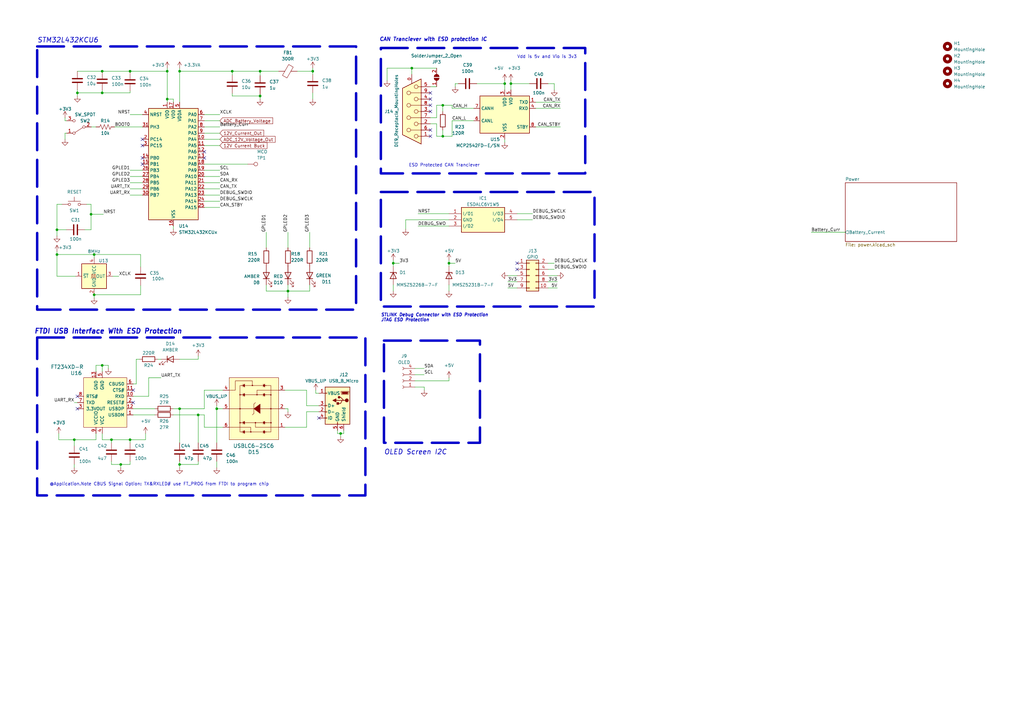
<source format=kicad_sch>
(kicad_sch (version 20230121) (generator eeschema)
  (paper "A3")
  (title_block (title "Battery Power Board Prototype 2023 Lucy") (rev "V0") (company "Griffin Frankiw"))
  (lib_symbols
    (symbol "Connector:Conn_01x04_Socket" (pin_names (offset 1.016) hide)
      (property "Reference" "J" (at 0 5.08 0))
      (property "Value" "Conn_01x04_Socket" (at 0 -7.62 0))
      (symbol "Conn_01x04_Socket_1_1"
        (pin passive line (at -5.08 2.54 0) (length 3.81) (name "Pin_1") (number "1"))
        (pin passive line (at -5.08 0 0) (length 3.81) (name "Pin_2") (number "2"))
        (pin passive line (at -5.08 -2.54 0) (length 3.81) (name "Pin_3") (number "3"))
        (pin passive line (at -5.08 -5.08 0) (length 3.81) (name "Pin_4") (number "4"))
      )
    )
    (symbol "Connector:DE9_Receptacle_MountingHoles" (pin_names (offset 1.016) hide)
      (property "Reference" "J" (at 0 16.51 0))
      (property "Value" "DE9_Receptacle_MountingHoles" (at 0 14.605 0))
      (symbol "DE9_Receptacle_MountingHoles_1_1"
        (pin passive line (at 0 -15.24 90) (length 3.81) (name "PAD") (number "0"))
        (pin passive line (at -7.62 10.16 0) (length 3.81) (name "1") (number "1"))
        (pin passive line (at -7.62 5.08 0) (length 3.81) (name "2") (number "2"))
        (pin passive line (at -7.62 0 0) (length 3.81) (name "3") (number "3"))
        (pin passive line (at -7.62 -5.08 0) (length 3.81) (name "4") (number "4"))
        (pin passive line (at -7.62 -10.16 0) (length 3.81) (name "5") (number "5"))
        (pin passive line (at -7.62 7.62 0) (length 3.81) (name "6") (number "6"))
        (pin passive line (at -7.62 2.54 0) (length 3.81) (name "7") (number "7"))
        (pin passive line (at -7.62 -2.54 0) (length 3.81) (name "8") (number "8"))
        (pin passive line (at -7.62 -7.62 0) (length 3.81) (name "9") (number "9"))
      )
    )
    (symbol "Connector:TestPoint" (pin_numbers hide) (pin_names (offset 0.762) hide)
      (property "Reference" "TP" (at 0 6.858 0))
      (property "Value" "TestPoint" (at 0 5.08 0))
      (symbol "TestPoint_1_1"
        (pin passive line (at 0 0 90) (length 2.54) (name "1") (number "1"))
      )
    )
    (symbol "Connector:USB_B_Micro" (pin_names (offset 1.016))
      (property "Reference" "J" (at -5.08 11.43 0))
      (property "Value" "USB_B_Micro" (at -5.08 8.89 0))
      (symbol "USB_B_Micro_1_1"
        (pin power_out line (at 7.62 5.08 180) (length 2.54) (name "VBUS") (number "1"))
        (pin bidirectional line (at 7.62 -2.54 180) (length 2.54) (name "D-") (number "2"))
        (pin bidirectional line (at 7.62 0 180) (length 2.54) (name "D+") (number "3"))
        (pin passive line (at 7.62 -5.08 180) (length 2.54) (name "ID") (number "4"))
        (pin power_out line (at 0 -10.16 90) (length 2.54) (name "GND") (number "5"))
        (pin passive line (at -2.54 -10.16 90) (length 2.54) (name "Shield") (number "6"))
      )
    )
    (symbol "Connector_Generic:Conn_02x05_Odd_Even" (pin_names (offset 1.016) hide)
      (property "Reference" "J" (at 1.27 7.62 0))
      (property "Value" "Conn_02x05_Odd_Even" (at 1.27 -7.62 0))
      (symbol "Conn_02x05_Odd_Even_1_1"
        (pin passive line (at -5.08 5.08 0) (length 3.81) (name "Pin_1") (number "1"))
        (pin passive line (at 7.62 -5.08 180) (length 3.81) (name "Pin_10") (number "10"))
        (pin passive line (at 7.62 5.08 180) (length 3.81) (name "Pin_2") (number "2"))
        (pin passive line (at -5.08 2.54 0) (length 3.81) (name "Pin_3") (number "3"))
        (pin passive line (at 7.62 2.54 180) (length 3.81) (name "Pin_4") (number "4"))
        (pin passive line (at -5.08 0 0) (length 3.81) (name "Pin_5") (number "5"))
        (pin passive line (at 7.62 0 180) (length 3.81) (name "Pin_6") (number "6"))
        (pin passive line (at -5.08 -2.54 0) (length 3.81) (name "Pin_7") (number "7"))
        (pin passive line (at 7.62 -2.54 180) (length 3.81) (name "Pin_8") (number "8"))
        (pin passive line (at -5.08 -5.08 0) (length 3.81) (name "Pin_9") (number "9"))
      )
    )
    (symbol "Device:C" (pin_numbers hide) (pin_names (offset 0.254))
      (property "Reference" "C" (at 0.635 2.54 0))
      (property "Value" "C" (at 0.635 -2.54 0))
      (symbol "C_1_1"
        (pin passive line (at 0 3.81 270) (length 2.794) (name "~") (number "1"))
        (pin passive line (at 0 -3.81 90) (length 2.794) (name "~") (number "2"))
      )
    )
    (symbol "Device:D_Zener" (pin_numbers hide) (pin_names (offset 1.016) hide)
      (property "Reference" "D" (at 0 2.54 0))
      (property "Value" "D_Zener" (at 0 -2.54 0))
      (symbol "D_Zener_1_1"
        (pin passive line (at -3.81 0 0) (length 2.54) (name "K") (number "1"))
        (pin passive line (at 3.81 0 180) (length 2.54) (name "A") (number "2"))
      )
    )
    (symbol "Device:FerriteBead" (pin_numbers hide) (pin_names (offset 0))
      (property "Reference" "FB" (at -3.81 0.635 90))
      (property "Value" "FerriteBead" (at 3.81 0 90))
      (symbol "FerriteBead_1_1"
        (pin passive line (at 0 3.81 270) (length 2.54) (name "~") (number "1"))
        (pin passive line (at 0 -3.81 90) (length 2.54) (name "~") (number "2"))
      )
    )
    (symbol "Device:LED" (pin_numbers hide) (pin_names (offset 1.016) hide)
      (property "Reference" "D" (at 0 2.54 0))
      (property "Value" "LED" (at 0 -2.54 0))
      (symbol "LED_1_1"
        (pin passive line (at -3.81 0 0) (length 2.54) (name "K") (number "1"))
        (pin passive line (at 3.81 0 180) (length 2.54) (name "A") (number "2"))
      )
    )
    (symbol "Device:R" (pin_numbers hide) (pin_names (offset 0))
      (property "Reference" "R" (at 2.032 0 90))
      (property "Value" "R" (at 0 0 90))
      (symbol "R_1_1"
        (pin passive line (at 0 3.81 270) (length 1.27) (name "~") (number "1"))
        (pin passive line (at 0 -3.81 90) (length 1.27) (name "~") (number "2"))
      )
    )
    (symbol "Device:R_US" (pin_numbers hide) (pin_names (offset 0))
      (property "Reference" "R" (at 2.54 0 90))
      (property "Value" "R_US" (at -2.54 0 90))
      (symbol "R_US_1_1"
        (pin passive line (at 0 3.81 270) (length 1.27) (name "~") (number "1"))
        (pin passive line (at 0 -3.81 90) (length 1.27) (name "~") (number "2"))
      )
    )
    (symbol "Interface_CAN_LIN:MCP2542FDxMF"
      (property "Reference" "U" (at -10.16 8.89 0))
      (property "Value" "MCP2542FDxMF" (at 2.54 8.89 0))
      (symbol "MCP2542FDxMF_1_1"
        (pin input line (at -12.7 5.08 0) (length 2.54) (name "TXD") (number "1"))
        (pin power_in line (at 0 -10.16 90) (length 2.54) (name "VSS") (number "2"))
        (pin power_in line (at 0 10.16 270) (length 2.54) (name "VDD") (number "3"))
        (pin output line (at -12.7 2.54 0) (length 2.54) (name "RXD") (number "4"))
        (pin power_in line (at -2.54 10.16 270) (length 2.54) (name "VIO") (number "5"))
        (pin bidirectional line (at 12.7 -2.54 180) (length 2.54) (name "CANL") (number "6"))
        (pin bidirectional line (at 12.7 2.54 180) (length 2.54) (name "CANH") (number "7"))
        (pin input line (at -12.7 -5.08 0) (length 2.54) (name "STBY") (number "8"))
        (pin passive line (at 0 -10.16 90) (length 2.54) hide (name "VSS") (number "9"))
      )
    )
    (symbol "Jumper:SolderJumper_2_Open" (pin_names (offset 0) hide)
      (property "Reference" "JP" (at 0 2.032 0))
      (property "Value" "SolderJumper_2_Open" (at 0 -2.54 0))
      (symbol "SolderJumper_2_Open_1_1"
        (pin passive line (at -3.81 0 0) (length 2.54) (name "A") (number "1"))
        (pin passive line (at 3.81 0 180) (length 2.54) (name "B") (number "2"))
      )
    )
    (symbol "MCU_ST_STM32L4:STM32L432KCUx"
      (property "Reference" "U" (at -10.16 24.13 0))
      (property "Value" "STM32L432KCUx" (at 5.08 24.13 0))
      (symbol "STM32L432KCUx_1_1"
        (pin power_in line (at -2.54 25.4 270) (length 2.54) (name "VDD") (number "1"))
        (pin bidirectional line (at 12.7 10.16 180) (length 2.54) (name "PA4") (number "10"))
        (pin bidirectional line (at 12.7 7.62 180) (length 2.54) (name "PA5") (number "11"))
        (pin bidirectional line (at 12.7 5.08 180) (length 2.54) (name "PA6") (number "12"))
        (pin bidirectional line (at 12.7 2.54 180) (length 2.54) (name "PA7") (number "13"))
        (pin bidirectional line (at -12.7 2.54 0) (length 2.54) (name "PB0") (number "14"))
        (pin bidirectional line (at -12.7 0 0) (length 2.54) (name "PB1") (number "15"))
        (pin power_in line (at 0 -25.4 90) (length 2.54) (name "VSS") (number "16"))
        (pin power_in line (at 0 25.4 270) (length 2.54) (name "VDD") (number "17"))
        (pin bidirectional line (at 12.7 0 180) (length 2.54) (name "PA8") (number "18"))
        (pin bidirectional line (at 12.7 -2.54 180) (length 2.54) (name "PA9") (number "19"))
        (pin bidirectional line (at -12.7 10.16 0) (length 2.54) (name "PC14") (number "2"))
        (pin bidirectional line (at 12.7 -5.08 180) (length 2.54) (name "PA10") (number "20"))
        (pin bidirectional line (at 12.7 -7.62 180) (length 2.54) (name "PA11") (number "21"))
        (pin bidirectional line (at 12.7 -10.16 180) (length 2.54) (name "PA12") (number "22"))
        (pin bidirectional line (at 12.7 -12.7 180) (length 2.54) (name "PA13") (number "23"))
        (pin bidirectional line (at 12.7 -15.24 180) (length 2.54) (name "PA14") (number "24"))
        (pin bidirectional line (at 12.7 -17.78 180) (length 2.54) (name "PA15") (number "25"))
        (pin bidirectional line (at -12.7 -2.54 0) (length 2.54) (name "PB3") (number "26"))
        (pin bidirectional line (at -12.7 -5.08 0) (length 2.54) (name "PB4") (number "27"))
        (pin bidirectional line (at -12.7 -7.62 0) (length 2.54) (name "PB5") (number "28"))
        (pin bidirectional line (at -12.7 -10.16 0) (length 2.54) (name "PB6") (number "29"))
        (pin bidirectional line (at -12.7 7.62 0) (length 2.54) (name "PC15") (number "3"))
        (pin bidirectional line (at -12.7 -12.7 0) (length 2.54) (name "PB7") (number "30"))
        (pin bidirectional line (at -12.7 15.24 0) (length 2.54) (name "PH3") (number "31"))
        (pin passive line (at 0 -25.4 90) (length 2.54) hide (name "VSS") (number "32"))
        (pin passive line (at 0 -25.4 90) (length 2.54) hide (name "VSS") (number "33"))
        (pin input line (at -12.7 20.32 0) (length 2.54) (name "NRST") (number "4"))
        (pin power_in line (at 2.54 25.4 270) (length 2.54) (name "VDDA") (number "5"))
        (pin bidirectional line (at 12.7 20.32 180) (length 2.54) (name "PA0") (number "6"))
        (pin bidirectional line (at 12.7 17.78 180) (length 2.54) (name "PA1") (number "7"))
        (pin bidirectional line (at 12.7 15.24 180) (length 2.54) (name "PA2") (number "8"))
        (pin bidirectional line (at 12.7 12.7 180) (length 2.54) (name "PA3") (number "9"))
      )
    )
    (symbol "Mechanical:MountingHole" (pin_names (offset 1.016))
      (property "Reference" "H" (at 0 5.08 0))
      (property "Value" "MountingHole" (at 0 3.175 0))
    )
    (symbol "RF_Parts:ESDALC6V1W5"
      (property "Reference" "IC" (at 24.13 7.62 0))
      (property "Value" "ESDALC6V1W5" (at 24.13 5.08 0))
      (symbol "ESDALC6V1W5_1_1"
        (pin passive line (at 0 0 0) (length 5.08) (name "I/01") (number "1"))
        (pin passive line (at 0 -2.54 0) (length 5.08) (name "GND") (number "2"))
        (pin passive line (at 0 -5.08 0) (length 5.08) (name "I/02") (number "3"))
        (pin passive line (at 27.94 0 180) (length 5.08) (name "I/03") (number "4"))
        (pin passive line (at 27.94 -2.54 180) (length 5.08) (name "I/04") (number "5"))
      )
    )
    (symbol "RF_Parts:SG-3225CAN"
      (property "Reference" "U" (at 3.81 7.62 0))
      (symbol "SG-3225CAN_1_1"
        (pin input line (at -7.62 0 0) (length 2.54) (name "~{ST}") (number "1"))
        (pin power_in line (at 0 -7.62 90) (length 2.54) (name "GND") (number "2"))
        (pin output line (at 7.62 0 180) (length 2.54) (name "OUT") (number "3"))
        (pin power_in line (at 0 7.62 270) (length 2.54) (name "VCC") (number "4"))
      )
    )
    (symbol "RF_Parts:VBUS_UP" (power) (pin_names (offset 0))
      (property "Value" "VBUS_UP" (at 0 3.556 0))
      (symbol "VBUS_UP_1_1"
        (pin power_in line (at 0 0 90) (length 0) hide (name "VBUS_UP") (number "1"))
      )
    )
    (symbol "Switch:SW_Push" (pin_numbers hide) (pin_names (offset 1.016) hide)
      (property "Reference" "SW" (at 1.27 2.54 0))
      (property "Value" "SW_Push" (at 0 -1.524 0))
      (symbol "SW_Push_0_1"
        (pin passive line (at -5.08 0 0) (length 2.54) (name "1") (number "1"))
        (pin passive line (at 5.08 0 180) (length 2.54) (name "2") (number "2"))
      )
    )
    (symbol "Switch:SW_SPDT" (pin_names (offset 0) hide)
      (property "Reference" "SW" (at 0 4.318 0))
      (property "Value" "SW_SPDT" (at 0 -5.08 0))
      (symbol "SW_SPDT_1_1"
        (pin passive line (at 5.08 2.54 180) (length 2.54) (name "A") (number "1"))
        (pin passive line (at -5.08 0 0) (length 2.54) (name "B") (number "2"))
        (pin passive line (at 5.08 -2.54 180) (length 2.54) (name "C") (number "3"))
      )
    )
    (symbol "dk_Interface-Controllers:FT234XD-R" (pin_names (offset 1.016))
      (property "Reference" "U" (at -5.08 8.89 0))
      (property "Value" "FT234XD-R" (at 7.62 -15.24 0))
      (symbol "FT234XD-R_1_1"
        (pin bidirectional line (at -10.16 2.54 0) (length 2.54) (name "USBDM") (number "1"))
        (pin input line (at -10.16 -5.08 0) (length 2.54) (name "RXD") (number "10"))
        (pin input line (at -10.16 -7.62 0) (length 2.54) (name "CTS#") (number "11"))
        (pin bidirectional line (at -10.16 0 0) (length 2.54) (name "USBDP") (number "12"))
        (pin power_in line (at 5.08 -15.24 90) (length 2.54) (name "GND") (number "13"))
        (pin input line (at -10.16 -2.54 0) (length 2.54) (name "RESET#") (number "2"))
        (pin passive line (at 12.7 0 180) (length 2.54) (name "3.3VOUT") (number "3"))
        (pin power_in line (at 2.54 10.16 270) (length 2.54) (name "VCC") (number "4"))
        (pin power_in line (at 2.54 -15.24 90) (length 2.54) (name "GND") (number "5"))
        (pin bidirectional line (at -10.16 -10.16 0) (length 2.54) (name "CBUS0") (number "6"))
        (pin output line (at 12.7 -2.54 180) (length 2.54) (name "TXD") (number "7"))
        (pin output line (at 12.7 -5.08 180) (length 2.54) (name "RTS#") (number "8"))
        (pin power_in line (at 5.08 10.16 270) (length 2.54) (name "VCCIO") (number "9"))
      )
    )
    (symbol "dk_TVS-Diodes:USBLC6-2SC6" (pin_names (offset 1.016))
      (property "Reference" "D" (at -10.16 13.97 0))
      (property "Value" "USBLC6-2SC6" (at 0 -13.97 0))
      (symbol "USBLC6-2SC6_1_1"
        (pin input line (at -12.7 7.62 0) (length 2.54) (name "~") (number "1"))
        (pin power_in line (at -12.7 0 0) (length 2.54) (name "~") (number "2"))
        (pin input line (at -12.7 -7.62 0) (length 2.54) (name "~") (number "3"))
        (pin input line (at 12.7 -7.62 180) (length 2.54) (name "~") (number "4"))
        (pin output line (at 12.7 0 180) (length 2.54) (name "~") (number "5"))
        (pin input line (at 12.7 7.62 180) (length 2.54) (name "~") (number "6"))
      )
    )
    (symbol "power:+3.3VA" (power) (pin_names (offset 0))
      (property "Value" "+3.3VA" (at 0 3.556 0))
      (symbol "+3.3VA_1_1"
        (pin power_in line (at 0 0 90) (length 0) hide (name "+3.3VA") (number "1"))
      )
    )
    (symbol "power:+3V3" (power) (pin_names (offset 0))
      (property "Value" "+3V3" (at 0 3.556 0))
      (symbol "+3V3_1_1"
        (pin power_in line (at 0 0 90) (length 0) hide (name "+3V3") (number "1"))
      )
    )
    (symbol "power:+5V" (power) (pin_names (offset 0))
      (property "Value" "+5V" (at 0 3.556 0))
      (symbol "+5V_1_1"
        (pin power_in line (at 0 0 90) (length 0) hide (name "+5V") (number "1"))
      )
    )
    (symbol "power:GND" (power) (pin_names (offset 0))
      (property "Value" "GND" (at 0 -3.81 0))
      (symbol "GND_1_1"
        (pin power_in line (at 0 0 270) (length 0) hide (name "GND") (number "1"))
      )
    )
  )
  (junction (at 106.68 29.21))
  (junction (at 181.61 43.18))
  (junction (at 168.91 27.94))
  (junction (at 23.368 104.394))
  (junction (at 38.608 120.904))
  (junction (at 118.11 119.38))
  (junction (at 128.27 29.21))
  (junction (at 31.75 38.1))
  (junction (at 53.34 180.34))
  (junction (at 68.58 29.21))
  (junction (at 49.53 190.5))
  (junction (at 73.66 29.21))
  (junction (at 41.91 29.21))
  (junction (at 53.34 29.21))
  (junction (at 45.72 180.34))
  (junction (at 88.9 167.64))
  (junction (at 181.61 55.88))
  (junction (at 73.66 167.64))
  (junction (at 23.368 94.234))
  (junction (at 30.48 180.34))
  (junction (at 106.68 39.37))
  (junction (at 41.91 38.1))
  (junction (at 37.338 87.884))
  (junction (at 81.28 170.18))
  (junction (at 139.7 177.8))
  (junction (at 73.66 190.5))
  (junction (at 161.29 107.95))
  (junction (at 95.25 29.21))
  (junction (at 207.01 34.29))
  (junction (at 209.55 34.29))
  (junction (at 38.608 104.394))
  (junction (at 184.15 107.95))
  (junction (at 41.91 149.86))
  (junction (at 68.58 40.64))
  (no_connect (at 130.81 171.45))
  (no_connect (at 176.53 45.72))
  (no_connect (at 54.61 160.02))
  (no_connect (at 58.42 57.15))
  (no_connect (at 212.09 110.49))
  (no_connect (at 58.42 59.69))
  (no_connect (at 176.53 53.34))
  (no_connect (at 31.75 167.64))
  (no_connect (at 83.82 64.77))
  (no_connect (at 176.53 43.18))
  (no_connect (at 212.09 107.95))
  (no_connect (at 176.53 40.64))
  (no_connect (at 58.42 67.31))
  (no_connect (at 58.42 64.77))
  (no_connect (at 176.53 38.1))
  (no_connect (at 54.61 165.1))
  (no_connect (at 83.82 62.23))
  (no_connect (at 31.75 162.56))
  (no_connect (at 176.53 55.88))
  (wire (pts (xy 53.34 80.01) (xy 58.42 80.01)))
  (wire (pts (xy 158.75 27.94) (xy 168.91 27.94)))
  (wire (pts (xy 83.82 46.99) (xy 90.17 46.99)))
  (wire (pts (xy 208.28 118.11) (xy 212.09 118.11)))
  (wire (pts (xy 184.15 107.95) (xy 186.69 107.95)))
  (wire (pts (xy 57.15 147.32) (xy 55.88 147.32)))
  (wire (pts (xy 224.79 113.03) (xy 228.6 113.03)))
  (wire (pts (xy 140.97 177.8) (xy 139.7 177.8)))
  (wire (pts (xy 53.34 180.34) (xy 53.34 181.61)))
  (wire (pts (xy 185.42 55.88) (xy 181.61 55.88)))
  (wire (pts (xy 45.72 190.5) (xy 49.53 190.5)))
  (wire (pts (xy 68.58 40.64) (xy 68.58 41.91)))
  (wire (pts (xy 53.34 74.93) (xy 58.42 74.93)))
  (wire (pts (xy 53.34 180.34) (xy 59.69 180.34)))
  (wire (pts (xy 38.608 104.394) (xy 23.368 104.394)))
  (wire (pts (xy 60.96 154.94) (xy 66.04 154.94)))
  (wire (pts (xy 207.01 33.02) (xy 207.01 34.29)))
  (wire (pts (xy 39.37 149.86) (xy 41.91 149.86)))
  (wire (pts (xy 23.368 113.284) (xy 30.988 113.284)))
  (wire (pts (xy 55.88 147.32) (xy 55.88 157.48)))
  (wire (pts (xy 187.96 34.29) (xy 186.69 34.29)))
  (wire (pts (xy 83.82 170.18) (xy 83.82 175.26)))
  (wire (pts (xy 55.88 157.48) (xy 54.61 157.48)))
  (wire (pts (xy 128.27 27.94) (xy 128.27 29.21)))
  (wire (pts (xy 41.91 29.21) (xy 41.91 29.464)))
  (wire (pts (xy 140.97 176.53) (xy 140.97 177.8)))
  (wire (pts (xy 83.82 72.39) (xy 90.17 72.39)))
  (wire (pts (xy 54.61 167.64) (xy 63.5 167.64)))
  (wire (pts (xy 83.82 74.93) (xy 90.17 74.93)))
  (wire (pts (xy 208.28 113.03) (xy 212.09 113.03)))
  (wire (pts (xy 173.99 153.67) (xy 170.18 153.67)))
  (wire (pts (xy 83.82 160.02) (xy 83.82 167.64)))
  (wire (pts (xy 68.58 27.94) (xy 68.58 29.21)))
  (wire (pts (xy 53.34 46.99) (xy 58.42 46.99)))
  (wire (pts (xy 49.53 190.5) (xy 49.53 191.77)))
  (wire (pts (xy 83.82 167.64) (xy 73.66 167.64)))
  (wire (pts (xy 41.91 37.084) (xy 41.91 38.1)))
  (wire (pts (xy 128.27 29.21) (xy 128.27 30.48)))
  (wire (pts (xy 219.71 41.91) (xy 229.87 41.91)))
  (wire (pts (xy 118.11 119.38) (xy 118.11 121.92)))
  (wire (pts (xy 23.368 104.394) (xy 23.368 113.284)))
  (wire (pts (xy 95.25 29.21) (xy 95.25 30.734)))
  (wire (pts (xy 209.55 34.29) (xy 217.17 34.29)))
  (wire (pts (xy 125.73 160.02) (xy 125.73 166.37)))
  (wire (pts (xy 38.608 105.664) (xy 38.608 104.394)))
  (wire (pts (xy 116.84 175.26) (xy 125.73 175.26)))
  (wire (pts (xy 171.45 87.63) (xy 184.15 87.63)))
  (wire (pts (xy 224.79 115.57) (xy 228.6 115.57)))
  (wire (pts (xy 127 119.38) (xy 127 116.84)))
  (wire (pts (xy 184.15 106.68) (xy 184.15 107.95)))
  (wire (pts (xy 125.73 166.37) (xy 130.81 166.37)))
  (wire (pts (xy 173.99 151.13) (xy 170.18 151.13)))
  (wire (pts (xy 81.28 190.5) (xy 73.66 190.5)))
  (wire (pts (xy 26.67 54.61) (xy 26.67 57.15)))
  (wire (pts (xy 81.28 170.18) (xy 81.28 181.61)))
  (wire (pts (xy 83.82 57.15) (xy 90.17 57.15)))
  (wire (pts (xy 23.368 83.82) (xy 23.368 94.234)))
  (wire (pts (xy 219.71 44.45) (xy 229.87 44.45)))
  (wire (pts (xy 66.04 147.32) (xy 64.77 147.32)))
  (wire (pts (xy 49.53 190.5) (xy 53.34 190.5)))
  (wire (pts (xy 25.4 83.82) (xy 23.368 83.82)))
  (wire (pts (xy 44.45 149.86) (xy 44.45 151.13)))
  (wire (pts (xy 73.66 190.5) (xy 73.66 191.77)))
  (wire (pts (xy 116.84 167.64) (xy 118.11 167.64)))
  (wire (pts (xy 41.91 38.1) (xy 53.34 38.1)))
  (wire (pts (xy 53.34 29.21) (xy 53.34 29.718)))
  (wire (pts (xy 30.48 180.34) (xy 24.13 180.34)))
  (wire (pts (xy 53.34 38.1) (xy 53.34 37.338)))
  (wire (pts (xy 128.27 38.1) (xy 128.27 40.64)))
  (wire (pts (xy 30.48 190.5) (xy 30.48 191.77)))
  (wire (pts (xy 24.13 180.34) (xy 24.13 177.8)))
  (wire (pts (xy 44.45 149.86) (xy 41.91 149.86)))
  (wire (pts (xy 45.72 189.23) (xy 45.72 190.5)))
  (wire (pts (xy 31.75 165.1) (xy 30.48 165.1)))
  (wire (pts (xy 185.42 49.53) (xy 185.42 55.88)))
  (wire (pts (xy 71.12 93.98) (xy 71.12 92.71)))
  (wire (pts (xy 41.91 149.86) (xy 41.91 152.4)))
  (wire (pts (xy 161.29 116.84) (xy 161.29 119.38)))
  (wire (pts (xy 38.608 120.904) (xy 38.608 122.174)))
  (wire (pts (xy 127 101.6) (xy 127 95.25)))
  (wire (pts (xy 184.15 154.94) (xy 184.15 156.21)))
  (wire (pts (xy 207.01 57.15) (xy 207.01 58.42)))
  (wire (pts (xy 83.82 54.61) (xy 90.17 54.61)))
  (wire (pts (xy 90.17 52.07) (xy 83.82 52.07)))
  (wire (pts (xy 26.67 54.61) (xy 27.305 54.61)))
  (wire (pts (xy 59.69 180.34) (xy 59.69 177.8)))
  (wire (pts (xy 176.53 35.56) (xy 179.07 35.56)))
  (wire (pts (xy 38.608 104.394) (xy 57.658 104.394)))
  (wire (pts (xy 73.66 167.64) (xy 73.66 181.61)))
  (wire (pts (xy 116.84 160.02) (xy 125.73 160.02)))
  (wire (pts (xy 118.11 101.6) (xy 118.11 95.25)))
  (wire (pts (xy 39.37 180.34) (xy 30.48 180.34)))
  (wire (pts (xy 186.69 34.29) (xy 186.69 35.56)))
  (wire (pts (xy 179.07 55.88) (xy 179.07 50.8)))
  (wire (pts (xy 83.82 175.26) (xy 91.44 175.26)))
  (wire (pts (xy 45.72 180.34) (xy 53.34 180.34)))
  (wire (pts (xy 38.608 120.904) (xy 57.658 120.904)))
  (wire (pts (xy 185.42 43.18) (xy 185.42 44.45)))
  (wire (pts (xy 90.17 85.09) (xy 83.82 85.09)))
  (wire (pts (xy 209.55 33.02) (xy 209.55 34.29)))
  (wire (pts (xy 48.768 113.284) (xy 46.228 113.284)))
  (wire (pts (xy 118.11 119.38) (xy 127 119.38)))
  (wire (pts (xy 109.22 101.6) (xy 109.22 95.25)))
  (wire (pts (xy 54.61 170.18) (xy 63.5 170.18)))
  (wire (pts (xy 184.15 90.17) (xy 166.37 90.17)))
  (wire (pts (xy 37.338 94.234) (xy 34.798 94.234)))
  (wire (pts (xy 31.75 36.83) (xy 31.75 38.1)))
  (wire (pts (xy 161.29 107.95) (xy 163.83 107.95)))
  (wire (pts (xy 73.66 29.21) (xy 95.25 29.21)))
  (wire (pts (xy 185.42 49.53) (xy 194.31 49.53)))
  (wire (pts (xy 185.42 44.45) (xy 194.31 44.45)))
  (wire (pts (xy 171.45 92.71) (xy 184.15 92.71)))
  (wire (pts (xy 138.43 176.53) (xy 138.43 177.8)))
  (wire (pts (xy 181.61 53.34) (xy 181.61 55.88)))
  (wire (pts (xy 27.178 94.234) (xy 23.368 94.234)))
  (wire (pts (xy 35.56 83.82) (xy 37.338 83.82)))
  (wire (pts (xy 195.58 34.29) (xy 207.01 34.29)))
  (wire (pts (xy 23.368 103.124) (xy 23.368 104.394)))
  (wire (pts (xy 71.12 40.64) (xy 71.12 41.91)))
  (wire (pts (xy 139.7 179.07) (xy 139.7 177.8)))
  (wire (pts (xy 83.82 80.01) (xy 90.17 80.01)))
  (wire (pts (xy 90.17 49.53) (xy 83.82 49.53)))
  (wire (pts (xy 121.92 29.21) (xy 128.27 29.21)))
  (wire (pts (xy 184.15 116.84) (xy 184.15 119.38)))
  (wire (pts (xy 129.54 160.02) (xy 129.54 161.29)))
  (wire (pts (xy 332.74 95.25) (xy 346.71 95.25)))
  (wire (pts (xy 53.34 77.47) (xy 58.42 77.47)))
  (wire (pts (xy 118.11 167.64) (xy 118.11 168.91)))
  (wire (pts (xy 129.54 161.29) (xy 130.81 161.29)))
  (wire (pts (xy 106.68 29.21) (xy 114.3 29.21)))
  (wire (pts (xy 207.01 34.29) (xy 207.01 36.83)))
  (wire (pts (xy 83.82 82.55) (xy 90.17 82.55)))
  (wire (pts (xy 179.07 43.18) (xy 179.07 48.26)))
  (wire (pts (xy 219.71 52.07) (xy 229.87 52.07)))
  (wire (pts (xy 106.68 39.37) (xy 106.68 40.64)))
  (wire (pts (xy 212.09 87.63) (xy 218.44 87.63)))
  (wire (pts (xy 88.9 166.37) (xy 88.9 167.64)))
  (wire (pts (xy 68.58 29.21) (xy 68.58 40.64)))
  (wire (pts (xy 83.82 77.47) (xy 90.17 77.47)))
  (wire (pts (xy 83.82 59.69) (xy 90.17 59.69)))
  (wire (pts (xy 73.66 29.21) (xy 73.66 41.91)))
  (wire (pts (xy 125.73 175.26) (xy 125.73 168.91)))
  (wire (pts (xy 81.28 189.23) (xy 81.28 190.5)))
  (wire (pts (xy 81.28 146.05) (xy 81.28 147.32)))
  (wire (pts (xy 31.75 29.21) (xy 41.91 29.21)))
  (wire (pts (xy 173.99 158.75) (xy 170.18 158.75)))
  (wire (pts (xy 88.9 167.64) (xy 91.44 167.64)))
  (wire (pts (xy 88.9 167.64) (xy 88.9 181.61)))
  (wire (pts (xy 73.66 189.23) (xy 73.66 190.5)))
  (wire (pts (xy 31.75 38.1) (xy 31.75 39.37)))
  (wire (pts (xy 106.68 29.21) (xy 106.68 30.988)))
  (wire (pts (xy 39.37 177.8) (xy 39.37 180.34)))
  (wire (pts (xy 60.96 154.94) (xy 60.96 162.56)))
  (wire (pts (xy 224.79 110.49) (xy 227.33 110.49)))
  (wire (pts (xy 173.99 160.02) (xy 173.99 158.75)))
  (wire (pts (xy 23.368 94.234) (xy 23.368 96.774)))
  (wire (pts (xy 83.82 69.85) (xy 90.17 69.85)))
  (wire (pts (xy 95.25 39.37) (xy 106.68 39.37)))
  (wire (pts (xy 26.67 48.26) (xy 26.67 49.53)))
  (wire (pts (xy 161.29 107.95) (xy 161.29 109.22)))
  (wire (pts (xy 228.6 118.11) (xy 224.79 118.11)))
  (wire (pts (xy 30.48 180.34) (xy 30.48 182.88)))
  (wire (pts (xy 224.79 107.95) (xy 227.33 107.95)))
  (wire (pts (xy 95.25 29.21) (xy 106.68 29.21)))
  (wire (pts (xy 57.658 117.094) (xy 57.658 120.904)))
  (wire (pts (xy 41.91 177.8) (xy 41.91 180.34)))
  (wire (pts (xy 181.61 55.88) (xy 179.07 55.88)))
  (wire (pts (xy 71.12 170.18) (xy 81.28 170.18)))
  (wire (pts (xy 81.28 170.18) (xy 83.82 170.18)))
  (wire (pts (xy 109.22 119.38) (xy 118.11 119.38)))
  (wire (pts (xy 37.465 52.07) (xy 39.37 52.07)))
  (wire (pts (xy 184.15 107.95) (xy 184.15 109.22)))
  (wire (pts (xy 60.96 162.56) (xy 54.61 162.56)))
  (wire (pts (xy 26.67 49.53) (xy 27.305 49.53)))
  (wire (pts (xy 73.66 167.64) (xy 71.12 167.64)))
  (wire (pts (xy 53.34 29.21) (xy 68.58 29.21)))
  (wire (pts (xy 181.61 43.18) (xy 181.61 45.72)))
  (wire (pts (xy 209.55 34.29) (xy 209.55 36.83)))
  (wire (pts (xy 212.09 90.17) (xy 218.44 90.17)))
  (wire (pts (xy 181.61 43.18) (xy 185.42 43.18)))
  (wire (pts (xy 53.34 189.23) (xy 53.34 190.5)))
  (wire (pts (xy 73.66 27.94) (xy 73.66 29.21)))
  (wire (pts (xy 88.9 189.23) (xy 88.9 191.77)))
  (wire (pts (xy 57.658 109.474) (xy 57.658 104.394)))
  (wire (pts (xy 168.91 27.94) (xy 168.91 30.48)))
  (wire (pts (xy 227.33 36.83) (xy 227.33 34.29)))
  (wire (pts (xy 227.33 34.29) (xy 224.79 34.29)))
  (wire (pts (xy 37.338 87.884) (xy 42.418 87.884)))
  (wire (pts (xy 95.25 38.354) (xy 95.25 39.37)))
  (wire (pts (xy 118.11 119.38) (xy 118.11 116.84)))
  (wire (pts (xy 181.61 43.18) (xy 179.07 43.18)))
  (wire (pts (xy 83.82 67.31) (xy 101.6 67.31)))
  (wire (pts (xy 68.58 40.64) (xy 71.12 40.64)))
  (wire (pts (xy 46.99 52.07) (xy 58.42 52.07)))
  (wire (pts (xy 39.37 152.4) (xy 39.37 149.86)))
  (wire (pts (xy 179.07 50.8) (xy 176.53 50.8)))
  (wire (pts (xy 81.28 147.32) (xy 73.66 147.32)))
  (wire (pts (xy 37.338 87.884) (xy 37.338 94.234)))
  (wire (pts (xy 109.22 119.38) (xy 109.22 116.84)))
  (wire (pts (xy 106.68 38.608) (xy 106.68 39.37)))
  (wire (pts (xy 208.28 115.57) (xy 212.09 115.57)))
  (wire (pts (xy 58.42 72.39) (xy 53.34 72.39)))
  (wire (pts (xy 83.82 160.02) (xy 91.44 160.02)))
  (wire (pts (xy 179.07 48.26) (xy 176.53 48.26)))
  (wire (pts (xy 41.91 180.34) (xy 45.72 180.34)))
  (wire (pts (xy 41.91 29.21) (xy 53.34 29.21)))
  (wire (pts (xy 125.73 168.91) (xy 130.81 168.91)))
  (wire (pts (xy 37.338 83.82) (xy 37.338 87.884)))
  (wire (pts (xy 170.18 156.21) (xy 184.15 156.21)))
  (wire (pts (xy 31.75 38.1) (xy 41.91 38.1)))
  (wire (pts (xy 161.29 106.68) (xy 161.29 107.95)))
  (wire (pts (xy 139.7 177.8) (xy 138.43 177.8)))
  (wire (pts (xy 158.75 27.94) (xy 158.75 33.02)))
  (wire (pts (xy 45.72 180.34) (xy 45.72 181.61)))
  (wire (pts (xy 53.34 69.85) (xy 58.42 69.85)))
  (wire (pts (xy 168.91 27.94) (xy 179.07 27.94)))
  (wire (pts (xy 166.37 90.17) (xy 166.37 93.98)))
  (rectangle (start 156.21 78.74) (end 243.84 125.73) (stroke (width 1) (type dash)))
  (rectangle (start 15.24 19.05) (end 146.05 127) (stroke (width 1) (type dash)))
  (rectangle (start 15.24 138.43) (end 149.86 203.2) (stroke (width 1) (type dash)))
  (rectangle (start 157.48 139.7) (end 196.85 181.61) (stroke (width 1) (type dash)))
  (rectangle (start 156.21 19.685) (end 240.03 71.12) (stroke (width 1) (type dash)))
  (text "CAN Tranciever with ESD protection IC" (at 155.575 17.145 0) (effects (font (size 1.5 1.5) (thickness 0.3) bold italic) (justify left bottom)))
  (text "STM32L432KCU6" (at 15.24 17.78 0) (effects (font (size 2 2) (thickness 0.254) bold italic) (justify left bottom)))
  (text "@Application.Note CBUS Signal Option: TX&RXLED# use FT_PROG from FTDI to program chip\n" (at 20.32 199.39 0) (effects (font (size 1.27 1.27)) (justify left bottom)))
  (text "Vdd is 5v and Vio is 3v3\n" (at 212.09 24.13 0) (effects (font (size 1.27 1.27)) (justify left bottom)))
  (text "OLED Screen I2C" (at 157.48 186.69 0) (effects (font (size 2 2) (thickness 0.254) bold italic) (justify left bottom)))
  (text "FTDI USB Interface With ESD Protection\n" (at 13.97 137.16 0) (effects (font (size 2 2) (thickness 0.4) bold italic) (justify left bottom)))
  (text "STLINK Debug Connector with ESD Protection\nJTAG ESD Protection" (at 156.21 132.08 0) (effects (font (size 1.27 1.27) (thickness 0.254) bold italic) (justify left bottom)))
  (text "ESD Protected CAN Tranciever\n" (at 167.64 68.58 0) (effects (font (size 1.27 1.27)) (justify left bottom)))
  (label "UART_TX" (at 66.04 154.94 0))
  (label "Battery_Curr" (at 90.17 52.07 0))
  (label "5V" (at 186.69 107.95 0))
  (label "DEBUG_SWDIO" (at 218.44 90.17 0))
  (label "CAN_STBY" (at 229.87 52.07 180))
  (label "SDA" (at 173.99 151.13 0))
  (label "DEBUG_SWCLK" (at 227.33 107.95 0))
  (label "3V3" (at 163.83 107.95 0))
  (label "GPLED2" (at 53.34 72.39 180))
  (label "CAN_TX" (at 229.87 41.91 180))
  (label "GPLED3" (at 127 95.25 90))
  (label "5V" (at 208.28 118.11 0))
  (label "GPLED1" (at 53.34 69.85 180))
  (label "NRST" (at 42.418 87.884 0))
  (label "DEBUG_SWCLK" (at 90.17 82.55 0))
  (label "DEBUG_SWDIO" (at 90.17 80.01 0))
  (label "UART_RX" (at 53.34 80.01 180))
  (label "XCLK" (at 90.17 46.99 0))
  (label "CAN_RX" (at 229.87 44.45 180))
  (label "CAN_H" (at 191.77 44.45 180))
  (label "SCL" (at 90.17 69.85 0))
  (label "DEBUG_SWDIO" (at 227.33 110.49 0))
  (label "DEBUG_SWCLK" (at 218.44 87.63 0))
  (label "3V3" (at 228.6 115.57 180))
  (label "GPLED2" (at 118.11 95.25 90))
  (label "5V" (at 228.6 118.11 180))
  (label "DEBUG_SWO" (at 171.45 92.71 0))
  (label "SCL" (at 173.99 153.67 0))
  (label "UART_RX" (at 30.48 165.1 180))
  (label "GPLED1" (at 109.22 95.25 90))
  (label "CAN_STBY" (at 90.17 85.09 0))
  (label "SDA" (at 90.17 72.39 0))
  (label "Battery_Curr" (at 332.74 95.25 0))
  (label "UART_TX" (at 53.34 77.47 180))
  (label "BOOT0" (at 53.34 52.07 180))
  (label "XCLK" (at 48.768 113.284 0))
  (label "3V3" (at 208.28 115.57 0))
  (label "GPLED3" (at 53.34 74.93 180))
  (label "CAN_RX" (at 90.17 74.93 0))
  (label "NRST" (at 171.45 87.63 0))
  (label "NRST" (at 53.34 46.99 180))
  (label "CAN_L" (at 185.42 49.53 0))
  (label "CAN_TX" (at 90.17 77.47 0))
  (global_label "12V Current Buck" (shape input) (at 90.17 59.69 0) (property "Intersheetrefs" "${INTERSHEET_REFS}" (effects hide)))
  (global_label "ADC_12V_Voltage_Out" (shape input) (at 90.17 57.15 0) (property "Intersheetrefs" "${INTERSHEET_REFS}" (effects hide)))
  (global_label "12V_Current_Out" (shape input) (at 90.17 54.61 0) (property "Intersheetrefs" "${INTERSHEET_REFS}" (effects hide)))
  (global_label "ADC_Battery_Voltage" (shape input) (at 90.17 49.53 0) (property "Intersheetrefs" "${INTERSHEET_REFS}" (effects hide)))
  (symbol (lib_id "RF_Parts:SG-3225CAN") (at 38.608 113.284 0) (unit 1)
    (property "Reference" "U13" (at 42.418 106.934 0))
    (property "Value" "8MHz" (at 38.608 103.124 0))
    (property "Footprint" "Crystal:Crystal_SMD_3225-4Pin_3.2x2.5mm" (effects hide))
    (property "DK #" "535-ASE-8.000MHZ-L-C-TCT-ND" (effects hide))
  )
  (symbol (lib_id "Device:LED") (at 109.22 113.03 90) (unit 1)
    (property "Reference" "D8" (at 106.553 115.8875 90) (effects (justify left)))
    (property "Value" "AMBER" (at 106.553 113.3475 90) (effects (justify left)))
    (property "Footprint" "LED_SMD:LED_0805_2012Metric" (effects hide))
    (property "JLCPCB Part#(Optional)" "C2296" (effects hide))
    (property "JLCPCB Part#(optional)" "C2296" (effects hide))
  )
  (symbol (lib_id "power:GND") (at 228.6 113.03 90) (unit 1)
    (property "Reference" "#PWR080" (effects hide))
    (property "Value" "GND" (effects hide))
  )
  (symbol (lib_id "Mechanical:MountingHole") (at 388.62 34.29 0) (unit 1)
    (property "Reference" "H4" (at 391.16 33.02 0) (effects (justify left)))
    (property "Value" "MountingHole" (at 391.16 35.56 0) (effects (justify left)))
    (property "Footprint" "MountingHole:MountingHole_3.2mm_M3" (effects hide))
  )
  (symbol (lib_id "power:+5V") (at 184.15 106.68 0) (unit 1)
    (property "Reference" "#PWR054" (effects hide))
    (property "Value" "+5V" (at 184.15 102.87 0))
  )
  (symbol (lib_id "power:GND") (at 44.45 151.13 0) (unit 1)
    (property "Reference" "#PWR089" (effects hide))
    (property "Value" "GND" (effects hide))
  )
  (symbol (lib_id "power:+3V3") (at 209.55 33.02 0) (unit 1)
    (property "Reference" "#PWR077" (effects hide))
    (property "Value" "+3V3" (at 210.82 27.94 0))
  )
  (symbol (lib_id "Connector:TestPoint") (at 101.6 67.31 270) (unit 1)
    (property "Reference" "TP1" (at 105.41 64.77 90) (effects (justify left)))
    (property "Value" "MCO" (at 105.41 62.23 90) (effects (justify left)))
    (property "Footprint" "TestPoint:TestPoint_Pad_D1.0mm" (effects hide))
  )
  (symbol (lib_id "power:+3V3") (at 81.28 146.05 0) (unit 1)
    (property "Reference" "#PWR093" (effects hide))
    (property "Value" "+3V3" (at 81.28 141.605 0))
  )
  (symbol (lib_id "dk_Interface-Controllers:FT234XD-R") (at 44.45 167.64 180) (unit 1)
    (property "Reference" "U16" (at 33.655 153.035 0) (effects (font (size 1.524 1.524)) (justify left)))
    (property "Value" "FT234XD-R" (at 34.29 150.495 0) (effects (font (size 1.524 1.524)) (justify left)))
    (property "Footprint" "BP_FTP:FT234XD-R" (effects hide))
    (property "Datasheet" "http://www.ftdichip.com/Support/Documents/DataSheets/ICs/DS_FT234XD.pdf" (effects hide))
    (property "Category" "Integrated Circuits (ICs)" (effects hide))
    (property "Description" "IC USB SERIAL BASIC UART 12DFN" (effects hide))
    (property "DK #" "768-1178-1-ND" (effects hide))
    (property "JLCPCB Part#(Optional)" "C132158" (effects hide))
    (property "JLCPCB Part#(optional)" "C132158" (effects hide))
  )
  (symbol (lib_id "Device:C") (at 81.28 185.42 180) (unit 1)
    (property "Reference" "C45" (at 85.725 182.88 0) (effects (justify left)))
    (property "Value" "47p" (at 86.995 187.96 0) (effects (justify left)))
    (property "Footprint" "Capacitor_SMD:C_0603_1608Metric" (effects hide))
    (property "JLCPCB Part#(Optional)" "C1671" (effects hide))
    (property "JLCPCB Part#(optional)" "C1671" (effects hide))
  )
  (symbol (lib_id "Device:R") (at 109.22 105.41 180) (unit 1)
    (property "Reference" "R15" (at 101.6 104.14 0) (effects (justify right)))
    (property "Value" "220R" (at 101.6 106.68 0) (effects (justify right)))
    (property "Footprint" "Resistor_SMD:R_0805_2012Metric" (effects hide))
    (property "JLCPCB Part#(Optional)" "C17557" (effects hide))
    (property "JLCPCB Part#(optional)" "C17557" (effects hide))
  )
  (symbol (lib_id "power:GND") (at 71.12 93.98 0) (unit 1)
    (property "Reference" "#PWR065" (effects hide))
    (property "Value" "GND" (effects hide))
  )
  (symbol (lib_id "power:+3V3") (at 128.27 27.94 0) (unit 1)
    (property "Reference" "#PWR070" (effects hide))
    (property "Value" "+3V3" (at 128.27 24.13 0))
  )
  (symbol (lib_id "Device:C") (at 41.91 33.274 0) (unit 1)
    (property "Reference" "C33" (at 45.72 32.004 0) (effects (justify left)))
    (property "Value" "100n" (at 45.72 34.544 0) (effects (justify left)))
    (property "Footprint" "Capacitor_SMD:C_0402_1005Metric" (effects hide))
    (property "JLCPCB Part#(Optional)" "C1525" (effects hide))
    (property "JLCPCB Part#(optional)" "C1525" (effects hide))
  )
  (symbol (lib_id "Mechanical:MountingHole") (at 388.62 29.21 0) (unit 1)
    (property "Reference" "H3" (at 391.16 27.94 0) (effects (justify left)))
    (property "Value" "MountingHole" (at 391.16 30.48 0) (effects (justify left)))
    (property "Footprint" "MountingHole:MountingHole_3.2mm_M3" (effects hide))
  )
  (symbol (lib_id "Mechanical:MountingHole") (at 388.62 24.13 0) (unit 1)
    (property "Reference" "H2" (at 391.16 22.86 0) (effects (justify left)))
    (property "Value" "MountingHole" (at 391.16 25.4 0) (effects (justify left)))
    (property "Footprint" "MountingHole:MountingHole_3.2mm_M3" (effects hide))
  )
  (symbol (lib_id "power:+3V3") (at 26.67 48.26 0) (unit 1)
    (property "Reference" "#PWR060" (effects hide))
    (property "Value" "+3V3" (at 26.67 44.704 0))
  )
  (symbol (lib_id "Switch:SW_SPDT") (at 32.385 52.07 180) (unit 1)
    (property "Reference" "SW2" (at 34.925 49.53 0))
    (property "Value" "SW_SPDT" (at 34.925 46.99 0))
    (property "Footprint" "Button_Switch_SMD:SW_SPDT_PCM12" (effects hide))
    (property "DK #" "2223-SLW-66527511-SMT-TRCT-ND" (effects hide))
  )
  (symbol (lib_id "Connector:USB_B_Micro") (at 138.43 166.37 0) (mirror y) (unit 1)
    (property "Reference" "J12" (at 140.97 153.67 0))
    (property "Value" "USB_B_Micro" (at 140.97 156.21 0))
    (property "Footprint" "Connector_USB:USB_Micro-B_Amphenol_10118194_Horizontal" (effects hide))
    (property "Description" "USB 2.0 1 Surface Mount 5P Female -30℃~+80℃ Micro-B SMD  USB Connectors ROHS" (effects hide))
    (property "DK #" "609-4618-1-ND" (effects hide))
  )
  (symbol (lib_id "power:+5V") (at 59.69 177.8 0) (unit 1)
    (property "Reference" "#PWR091" (effects hide))
    (property "Value" "+5V" (at 59.69 172.72 0))
  )
  (symbol (lib_id "power:GND") (at 166.37 93.98 0) (unit 1)
    (property "Reference" "#PWR079" (effects hide))
    (property "Value" "GND" (effects hide))
  )
  (symbol (lib_id "Device:C") (at 53.34 33.528 0) (unit 1)
    (property "Reference" "C34" (at 57.15 32.258 0) (effects (justify left)))
    (property "Value" "100n" (at 57.15 34.798 0) (effects (justify left)))
    (property "Footprint" "Capacitor_SMD:C_0402_1005Metric" (effects hide))
    (property "JLCPCB Part#(Optional)" "C1525" (effects hide))
    (property "JLCPCB Part#(optional)" "C1525" (effects hide))
  )
  (symbol (lib_id "Device:R") (at 60.96 147.32 90) (unit 1)
    (property "Reference" "R24" (at 60.96 149.86 90))
    (property "Value" "220R" (at 60.96 144.78 90))
    (property "Footprint" "Resistor_SMD:R_0805_2012Metric" (effects hide))
    (property "JLCPCB Part#(Optional)" "C17557" (effects hide))
    (property "JLCPCB Part#(optional)" "C17557" (effects hide))
  )
  (symbol (lib_id "power:GND") (at 118.11 121.92 0) (unit 1)
    (property "Reference" "#PWR068" (effects hide))
    (property "Value" "GND" (effects hide))
  )
  (symbol (lib_id "power:+3V3") (at 68.58 27.94 0) (unit 1)
    (property "Reference" "#PWR064" (effects hide))
    (property "Value" "+3V3" (at 64.77 26.67 0))
  )
  (symbol (lib_id "Connector_Generic:Conn_02x05_Odd_Even") (at 217.17 113.03 0) (unit 1)
    (property "Reference" "J13" (at 218.44 102.87 0))
    (property "Value" "GPIO" (at 218.44 105.41 0))
    (property "Footprint" "Connector_PinHeader_2.54mm:PinHeader_2x05_P2.54mm_Vertical" (effects hide))
    (property "JLCPCB Part#(Optional)" "C5116482" (effects hide))
  )
  (symbol (lib_id "Device:C") (at 30.48 186.69 0) (unit 1)
    (property "Reference" "C41" (at 32.385 184.15 0) (effects (justify left)))
    (property "Value" "100n" (at 32.385 189.23 0) (effects (justify left)))
    (property "Footprint" "Capacitor_SMD:C_0402_1005Metric" (effects hide))
    (property "Description" "100nF -20%,+80% 16V Y5V 0402 Multilayer Ceramic Capacitors MLCC - SMD/SMT RoHS" (effects hide))
    (property "JLCPCB Part#(Optional)" "C1525" (effects hide))
    (property "JLCPCB Part#(optional)" "C1525" (effects hide))
  )
  (symbol (lib_id "Device:R") (at 181.61 49.53 0) (mirror y) (unit 1)
    (property "Reference" "R23" (at 190.5 52.07 0) (effects (justify left)))
    (property "Value" "120R" (at 190.5 54.61 0) (effects (justify left)))
    (property "Footprint" "Resistor_SMD:R_0603_1608Metric" (effects hide))
  )
  (symbol (lib_id "Device:C") (at 57.658 113.284 180) (unit 1)
    (property "Reference" "C35" (at 65.278 112.014 0) (effects (justify left)))
    (property "Value" "100n" (at 67.31 114.3 0) (effects (justify left)))
    (property "Footprint" "Capacitor_SMD:C_0402_1005Metric" (effects hide))
    (property "Description" "100nF -20%,+80% 16V Y5V 0402 Multilayer Ceramic Capacitors MLCC - SMD/SMT RoHS" (effects hide))
    (property "JLCPCB Part#(Optional)" "C1525" (effects hide))
    (property "JLCPCB Part#(optional)" "C1525" (effects hide))
  )
  (symbol (lib_id "Device:R") (at 67.31 170.18 90) (unit 1)
    (property "Reference" "R26" (at 67.31 172.72 90))
    (property "Value" "27R" (at 67.31 175.26 90))
    (property "Footprint" "Resistor_SMD:R_0603_1608Metric" (effects hide))
    (property "JLCPCB Part#(Optional)" "C25190" (effects hide))
    (property "JLCPCB Part#(optional)" "C25190" (effects hide))
  )
  (symbol (lib_id "RF_Parts:VBUS_UP") (at 88.9 166.37 0) (mirror y) (unit 1)
    (property "Reference" "#PWR094" (effects hide))
    (property "Value" "VBUS_UP" (at 88.9 162.56 0))
  )
  (symbol (lib_id "power:GND") (at 158.75 33.02 0) (unit 1)
    (property "Reference" "#PWR0112" (effects hide))
    (property "Value" "GND" (effects hide))
  )
  (symbol (lib_id "Interface_CAN_LIN:MCP2542FDxMF") (at 207.01 46.99 0) (mirror y) (unit 1)
    (property "Reference" "U15" (at 205.0541 57.15 0) (effects (justify left)))
    (property "Value" "MCP2542FD-E/SN" (at 205.0541 59.69 0) (effects (justify left)))
    (property "Footprint" "Package_SO:SOIC-8_3.9x4.9mm_P1.27mm" (effects hide))
    (property "Datasheet" "http://ww1.microchip.com/downloads/en/DeviceDoc/MCP2542FD-4FD-MCP2542WFD-4WFD-Data-Sheet20005514B.pdf" (effects hide))
    (property "DK #" "MCP2542FD-E/SN-ND" (effects hide))
  )
  (symbol (lib_id "RF_Parts:VBUS_UP") (at 129.54 160.02 0) (unit 1)
    (property "Reference" "#PWR097" (effects hide))
    (property "Value" "VBUS_UP" (at 129.54 156.21 0))
  )
  (symbol (lib_id "Connector:Conn_01x04_Socket") (at 165.1 156.21 180) (unit 1)
    (property "Reference" "J9" (at 165.735 146.05 0))
    (property "Value" "OLED" (at 165.735 148.59 0))
    (property "Footprint" "BP_FTP:Display_128x64_096_I2C" (effects hide))
  )
  (symbol (lib_id "power:GND") (at 73.66 191.77 0) (unit 1)
    (property "Reference" "#PWR092" (effects hide))
    (property "Value" "GND" (effects hide))
  )
  (symbol (lib_id "power:GND") (at 161.29 119.38 0) (unit 1)
    (property "Reference" "#PWR082" (effects hide))
    (property "Value" "GND" (effects hide))
  )
  (symbol (lib_id "Device:D_Zener") (at 184.15 113.03 270) (unit 1)
    (property "Reference" "D13" (at 186.69 111.76 90) (effects (justify left)))
    (property "Value" "MMSZ5231B-7-F" (at 185.42 116.84 90) (effects (justify left)))
    (property "Footprint" "Diode_SMD:D_SOD-123" (effects hide))
    (property "Datasheet" "https://www.diodes.com/assets/Datasheets/ds18010.pdf" (effects hide))
  )
  (symbol (lib_id "Device:R_US") (at 43.18 52.07 90) (unit 1)
    (property "Reference" "R14" (at 43.18 49.53 90))
    (property "Value" "10k" (at 43.18 54.61 90))
    (property "Footprint" "Resistor_SMD:R_0805_2012Metric" (effects hide))
    (property "JLCPCB Part#(Optional)" "C17414" (effects hide))
    (property "JLCPCB Part#(optional)" "C17414" (effects hide))
  )
  (symbol (lib_id "power:GND") (at 106.68 40.64 0) (unit 1)
    (property "Reference" "#PWR067" (effects hide))
    (property "Value" "GND" (effects hide))
  )
  (symbol (lib_id "power:GND") (at 139.7 179.07 0) (unit 1)
    (property "Reference" "#PWR098" (effects hide))
    (property "Value" "GND" (effects hide))
  )
  (symbol (lib_id "Device:C") (at 53.34 185.42 0) (unit 1)
    (property "Reference" "C43" (at 55.245 182.88 0) (effects (justify left)))
    (property "Value" "100n" (at 55.245 187.96 0) (effects (justify left)))
    (property "Footprint" "Capacitor_SMD:C_0402_1005Metric" (effects hide))
    (property "Description" "100nF -20%,+80% 16V Y5V 0402 Multilayer Ceramic Capacitors MLCC - SMD/SMT RoHS" (effects hide))
    (property "JLCPCB Part#(Optional)" "C1525" (effects hide))
    (property "JLCPCB Part#(optional)" "C1525" (effects hide))
  )
  (symbol (lib_id "Jumper:SolderJumper_2_Open") (at 179.07 31.75 90) (unit 1)
    (property "Reference" "JP3" (at 179.07 25.4 90))
    (property "Value" "SolderJumper_2_Open" (at 179.07 22.86 90))
    (property "Footprint" "Jumper:SolderJumper-2_P1.3mm_Open_RoundedPad1.0x1.5mm" (effects hide))
  )
  (symbol (lib_id "Device:LED") (at 127 113.03 90) (unit 1)
    (property "Reference" "D11" (at 135.89 115.57 90) (effects (justify left)))
    (property "Value" "GREEN" (at 135.89 113.03 90) (effects (justify left)))
    (property "Footprint" "LED_SMD:LED_0805_2012Metric" (effects hide))
    (property "JLCPCB Part#(Optional)" "C2297" (effects hide))
    (property "JLCPCB Part#(optional)" "C2297" (effects hide))
  )
  (symbol (lib_id "Device:FerriteBead") (at 118.11 29.21 90) (unit 1)
    (property "Reference" "FB1" (at 118.0592 21.59 90))
    (property "Value" "300R" (at 118.0592 24.13 90))
    (property "Footprint" "Inductor_SMD:L_0805_2012Metric" (effects hide))
    (property "DK #" "1934-1474-1-ND" (effects hide))
  )
  (symbol (lib_id "power:GND") (at 186.69 35.56 0) (unit 1)
    (property "Reference" "#PWR074" (effects hide))
    (property "Value" "GND" (effects hide))
  )
  (symbol (lib_id "power:GND") (at 49.53 191.77 0) (unit 1)
    (property "Reference" "#PWR090" (effects hide))
    (property "Value" "GND" (effects hide))
  )
  (symbol (lib_id "Mechanical:MountingHole") (at 388.62 19.05 0) (unit 1)
    (property "Reference" "H1" (at 391.16 17.78 0) (effects (justify left)))
    (property "Value" "MountingHole" (at 391.16 20.32 0) (effects (justify left)))
    (property "Footprint" "MountingHole:MountingHole_3.2mm_M3" (effects hide))
  )
  (symbol (lib_id "power:+3.3VA") (at 73.66 27.94 0) (unit 1)
    (property "Reference" "#PWR066" (effects hide))
    (property "Value" "+3.3VA" (at 78.74 26.67 0))
  )
  (symbol (lib_id "power:GND") (at 207.01 58.42 0) (unit 1)
    (property "Reference" "#PWR076" (effects hide))
    (property "Value" "GND" (effects hide))
  )
  (symbol (lib_id "Device:LED") (at 118.11 113.03 90) (unit 1)
    (property "Reference" "D10" (at 116.078 115.8875 90) (effects (justify left)))
    (property "Value" "RED" (at 116.078 113.3475 90) (effects (justify left)))
    (property "Footprint" "LED_SMD:LED_0805_2012Metric" (effects hide))
    (property "JLCPCB Part#(Optional)" "C84256" (effects hide))
    (property "JLCPCB Part#(optional)" "C84256" (effects hide))
  )
  (symbol (lib_id "Device:C") (at 30.988 94.234 90) (unit 1)
    (property "Reference" "C31" (at 33.02 90.17 90) (effects (justify left)))
    (property "Value" "100n" (at 33.528 98.044 90) (effects (justify left)))
    (property "Footprint" "Capacitor_SMD:C_0402_1005Metric" (effects hide))
    (property "Description" "100nF -20%,+80% 16V Y5V 0402 Multilayer Ceramic Capacitors MLCC - SMD/SMT RoHS" (effects hide))
    (property "JLCPCB Part#(Optional)" "C1525" (effects hide))
    (property "JLCPCB Part#(optional)" "C1525" (effects hide))
  )
  (symbol (lib_id "Switch:SW_Push") (at 30.48 83.82 0) (unit 1)
    (property "Reference" "SW1" (at 30.48 86.36 0))
    (property "Value" "RESET" (at 30.48 78.74 0))
    (property "Footprint" "Button_Switch_THT:SW_PUSH_6mm_H5mm" (effects hide))
  )
  (symbol (lib_id "power:+3V3") (at 24.13 177.8 0) (unit 1)
    (property "Reference" "#PWR087" (effects hide))
    (property "Value" "+3V3" (at 24.13 173.355 0))
  )
  (symbol (lib_id "MCU_ST_STM32L4:STM32L432KCUx") (at 71.12 67.31 0) (unit 1)
    (property "Reference" "U14" (at 73.3141 92.71 0) (effects (justify left)))
    (property "Value" "STM32L432KCUx" (at 73.3141 95.25 0) (effects (justify left)))
    (property "Footprint" "Package_DFN_QFN:QFN-32-1EP_5x5mm_P0.5mm_EP3.45x3.45mm" (effects hide))
    (property "Datasheet" "https://www.st.com/resource/en/datasheet/stm32l432kc.pdf" (effects hide))
    (property "JLCPCB Part#(Optional)" "C1337280" (effects hide))
    (property "JLCPCB Part#(optional)" "C1337280" (effects hide))
  )
  (symbol (lib_id "power:GND") (at 88.9 191.77 0) (mirror y) (unit 1)
    (property "Reference" "#PWR095" (effects hide))
    (property "Value" "GND" (effects hide))
  )
  (symbol (lib_id "power:+5V") (at 184.15 154.94 0) (unit 1)
    (property "Reference" "#PWR084" (effects hide))
    (property "Value" "+5V" (at 184.15 149.86 0))
  )
  (symbol (lib_id "Device:C") (at 45.72 185.42 0) (unit 1)
    (property "Reference" "C42" (at 40.005 182.88 0) (effects (justify left)))
    (property "Value" "4u7" (at 40.005 187.96 0) (effects (justify left)))
    (property "Footprint" "Capacitor_SMD:C_0805_2012Metric" (effects hide))
    (property "JLCPCB Part#(Optional)" "C1779" (effects hide))
    (property "JLCPCB Part#(optional)" "C1779" (effects hide))
  )
  (symbol (lib_id "power:GND") (at 227.33 36.83 0) (unit 1)
    (property "Reference" "#PWR078" (effects hide))
    (property "Value" "GND" (effects hide))
  )
  (symbol (lib_id "power:GND") (at 31.75 39.37 0) (unit 1)
    (property "Reference" "#PWR062" (effects hide))
    (property "Value" "GND" (effects hide))
  )
  (symbol (lib_id "power:GND") (at 208.28 113.03 270) (unit 1)
    (property "Reference" "#PWR0111" (effects hide))
    (property "Value" "GND" (effects hide))
  )
  (symbol (lib_id "Device:C") (at 95.25 34.544 0) (unit 1)
    (property "Reference" "C36" (at 99.06 33.274 0) (effects (justify left)))
    (property "Value" "10u" (at 99.06 35.814 0) (effects (justify left)))
    (property "Footprint" "Capacitor_SMD:C_0603_1608Metric" (effects hide))
    (property "JLCPCB Part#(Optional)" "C96446" (effects hide))
    (property "JLCPCB Part#(optional)" "C96446" (effects hide))
  )
  (symbol (lib_id "RF_Parts:ESDALC6V1W5") (at 184.15 87.63 0) (unit 1)
    (property "Reference" "IC1" (at 198.12 81.28 0))
    (property "Value" "ESDALC6V1W5" (at 198.12 83.82 0))
    (property "Footprint" "BP_FTP:SOT65P210X110-5N" (effects hide))
    (property "Datasheet" "http://www.st.com/web/en/resource/technical/document/datasheet/CD00002946.pdf" (effects hide))
    (property "Description" "6.1V 6.1V 4 3V SOT-323-5  ESD Protection Devices ROHS" (effects hide))
    (property "DK #" "497-7231-1-ND" (effects hide))
    (property "JLCPCB Part#(Optional)" "C2827626" (effects hide))
  )
  (symbol (lib_id "Device:C") (at 88.9 185.42 0) (mirror x) (unit 1)
    (property "Reference" "C46" (at 92.71 186.69 0) (effects (justify left)))
    (property "Value" "100n" (at 92.71 189.23 0) (effects (justify left)))
    (property "Footprint" "Capacitor_SMD:C_0402_1005Metric" (effects hide))
    (property "Description" "100nF -20%,+80% 16V Y5V 0402 Multilayer Ceramic Capacitors MLCC - SMD/SMT RoHS" (effects hide))
    (property "JLCPCB Part#(Optional)" "C1525" (effects hide))
    (property "JLCPCB Part#(optional)" "C1525" (effects hide))
  )
  (symbol (lib_id "power:GND") (at 184.15 119.38 0) (unit 1)
    (property "Reference" "#PWR0113" (effects hide))
    (property "Value" "GND" (effects hide))
  )
  (symbol (lib_id "Connector:DE9_Receptacle_MountingHoles") (at 168.91 45.72 180) (unit 1)
    (property "Reference" "J14" (at 161.29 45.72 0) (effects (justify left)))
    (property "Value" "DE9_Receptacle_MountingHoles" (at 162.56 30.48 90) (effects (justify left)))
    (property "Footprint" "Connector_Dsub:DSUB-9_Female_Horizontal_P2.77x2.84mm_EdgePinOffset7.70mm_Housed_MountingHolesOffset9.12mm" (effects hide))
    (property "Datasheet" " ~" (effects hide))
  )
  (symbol (lib_id "Device:C") (at 191.77 34.29 90) (unit 1)
    (property "Reference" "C39" (at 191.77 26.67 90))
    (property "Value" "100n" (at 191.77 29.21 90))
    (property "Footprint" "Capacitor_SMD:C_0402_1005Metric" (effects hide))
    (property "JLCPCB Part#(Optional)" "C1525" (effects hide))
    (property "JLCPCB Part#(optional)" "C1525" (effects hide))
  )
  (symbol (lib_id "Device:C") (at 73.66 185.42 180) (unit 1)
    (property "Reference" "C44" (at 78.105 182.88 0) (effects (justify left)))
    (property "Value" "47p" (at 79.375 187.96 0) (effects (justify left)))
    (property "Footprint" "Capacitor_SMD:C_0603_1608Metric" (effects hide))
    (property "JLCPCB Part#(Optional)" "C1671" (effects hide))
    (property "JLCPCB Part#(optional)" "C1671" (effects hide))
  )
  (symbol (lib_id "Device:R") (at 118.11 105.41 180) (unit 1)
    (property "Reference" "R18" (at 123.19 104.14 0) (effects (justify left)))
    (property "Value" "220R" (at 124.46 106.68 0) (effects (justify left)))
    (property "Footprint" "Resistor_SMD:R_0805_2012Metric" (effects hide))
    (property "JLCPCB Part#(Optional)" "C17557" (effects hide))
    (property "JLCPCB Part#(optional)" "C17557" (effects hide))
  )
  (symbol (lib_id "power:GND") (at 23.368 96.774 0) (unit 1)
    (property "Reference" "#PWR058" (effects hide))
    (property "Value" "GND" (effects hide))
  )
  (symbol (lib_id "power:GND") (at 38.608 122.174 0) (unit 1)
    (property "Reference" "#PWR063" (effects hide))
    (property "Value" "GND" (effects hide))
  )
  (symbol (lib_id "Device:D_Zener") (at 161.29 113.03 270) (unit 1)
    (property "Reference" "D1" (at 163.83 111.76 90) (effects (justify left)))
    (property "Value" "MMSZ5226B-7-F" (at 162.56 116.84 90) (effects (justify left)))
    (property "Footprint" "Diode_SMD:D_SOD-123" (effects hide))
    (property "Datasheet" "https://www.diodes.com/assets/Datasheets/ds18010.pdf" (effects hide))
  )
  (symbol (lib_id "power:GND") (at 26.67 57.15 0) (unit 1)
    (property "Reference" "#PWR061" (effects hide))
    (property "Value" "GND" (effects hide))
  )
  (symbol (lib_id "dk_TVS-Diodes:USBLC6-2SC6") (at 104.14 167.64 180) (unit 1)
    (property "Reference" "D15" (at 104.013 185.42 0) (effects (font (size 1.524 1.524))))
    (property "Value" "USBLC6-2SC6" (at 104.013 182.88 0) (effects (font (size 1.524 1.524))))
    (property "Footprint" "BP_FTP:SOT23-6L_STM-L" (effects hide))
    (property "Datasheet" "http://www.st.com/content/ccc/resource/technical/document/datasheet/06/1d/48/9c/6c/20/4a/b2/CD00050750.pdf/files/CD00050750.pdf/jcr:content/translations/en.CD00050750.pdf" (effects hide))
    (property "Category" "Circuit Protection" (effects hide))
    (property "Description" "TVS DIODE 5.25V 17V SOT23-6" (effects hide))
    (property "DK #" "497-5235-1-ND" (effects hide))
  )
  (symbol (lib_id "power:GND") (at 128.27 40.64 0) (unit 1)
    (property "Reference" "#PWR071" (effects hide))
    (property "Value" "GND" (effects hide))
  )
  (symbol (lib_id "Device:R") (at 67.31 167.64 90) (unit 1)
    (property "Reference" "R25" (at 67.31 162.56 90))
    (property "Value" "27R" (at 67.31 165.1 90))
    (property "Footprint" "Resistor_SMD:R_0603_1608Metric" (effects hide))
    (property "JLCPCB Part#(Optional)" "C25190" (effects hide))
    (property "JLCPCB Part#(optional)" "C25190" (effects hide))
  )
  (symbol (lib_id "power:GND") (at 173.99 160.02 0) (unit 1)
    (property "Reference" "#PWR083" (effects hide))
    (property "Value" "GND" (effects hide))
  )
  (symbol (lib_id "Device:LED") (at 69.85 147.32 0) (unit 1)
    (property "Reference" "D14" (at 69.85 140.97 0))
    (property "Value" "AMBER" (at 69.85 143.51 0))
    (property "Footprint" "LED_SMD:LED_0805_2012Metric" (effects hide))
    (property "Description" "White -40℃~+85℃ 605nm~605nm Amber 54mW 0603 Light Emitting Diodes (LED) ROHS" (effects hide))
    (property "JLCPCB Part#(Optional)" "C2296" (effects hide))
    (property "JLCPCB Part#(optional)" "C2296" (effects hide))
  )
  (symbol (lib_id "power:+5V") (at 207.01 33.02 0) (unit 1)
    (property "Reference" "#PWR075" (effects hide))
    (property "Value" "+5V" (at 204.47 27.94 0))
  )
  (symbol (lib_id "power:+3V3") (at 161.29 106.68 0) (unit 1)
    (property "Reference" "#PWR081" (effects hide))
    (property "Value" "+3V3" (at 161.29 102.87 0))
  )
  (symbol (lib_id "power:+3V3") (at 23.368 103.124 0) (unit 1)
    (property "Reference" "#PWR059" (effects hide))
    (property "Value" "+3V3" (at 26.67 101.473 0))
  )
  (symbol (lib_id "Device:C") (at 106.68 34.798 0) (unit 1)
    (property "Reference" "C37" (at 110.49 33.528 0) (effects (justify left)))
    (property "Value" "1u" (at 110.49 36.068 0) (effects (justify left)))
    (property "Footprint" "Capacitor_SMD:C_0805_2012Metric" (effects hide))
    (property "JLCPCB Part#(Optional)" "C28323" (effects hide))
    (property "JLCPCB Part#(optional)" "C28323" (effects hide))
  )
  (symbol (lib_id "Device:C") (at 31.75 33.02 0) (unit 1)
    (property "Reference" "C32" (at 35.56 31.75 0) (effects (justify left)))
    (property "Value" "10u" (at 35.56 34.29 0) (effects (justify left)))
    (property "Footprint" "Capacitor_SMD:C_0603_1608Metric" (effects hide))
    (property "JLCPCB Part#(Optional)" "C96446" (effects hide))
    (property "JLCPCB Part#(optional)" "C96446" (effects hide))
  )
  (symbol (lib_id "Device:C") (at 128.27 34.29 0) (unit 1)
    (property "Reference" "C38" (at 132.08 33.02 0) (effects (justify left)))
    (property "Value" "1u" (at 132.08 35.56 0) (effects (justify left)))
    (property "Footprint" "Capacitor_SMD:C_0805_2012Metric" (effects hide))
    (property "JLCPCB Part#(Optional)" "C28323" (effects hide))
    (property "JLCPCB Part#(optional)" "C28323" (effects hide))
  )
  (symbol (lib_id "Device:R") (at 127 105.41 180) (unit 1)
    (property "Reference" "R21" (at 134.62 104.14 0) (effects (justify left)))
    (property "Value" "220R" (at 134.62 106.68 0) (effects (justify left)))
    (property "Footprint" "Resistor_SMD:R_0805_2012Metric" (effects hide))
    (property "JLCPCB Part#(Optional)" "C17557" (effects hide))
    (property "JLCPCB Part#(optional)" "C17557" (effects hide))
  )
  (symbol (lib_id "power:GND") (at 30.48 191.77 0) (unit 1)
    (property "Reference" "#PWR088" (effects hide))
    (property "Value" "GND" (effects hide))
  )
  (symbol (lib_id "power:GND") (at 118.11 168.91 0) (unit 1)
    (property "Reference" "#PWR096" (effects hide))
    (property "Value" "GND" (effects hide))
  )
  (symbol (lib_id "Device:C") (at 220.98 34.29 270) (unit 1)
    (property "Reference" "C40" (at 220.98 30.48 90))
    (property "Value" "100n" (at 220.98 38.1 90))
    (property "Footprint" "Capacitor_SMD:C_0402_1005Metric" (effects hide))
    (property "JLCPCB Part#(Optional)" "C1525" (effects hide))
    (property "JLCPCB Part#(optional)" "C1525" (effects hide))
  )
  (sheet (at 346.71 74.93) (size 45.72 24.13) (stroke (width 0.1524))
    (property "Sheetname" "Power" (at 346.71 74.2184 0) (effects (justify left bottom)))
    (property "Sheetfile" "power.kicad_sch" (at 346.71 99.6446 0) (effects (justify left top)))
    (pin "Battery_Current" output (at 346.71 95.25 180))
  )
)
</source>
